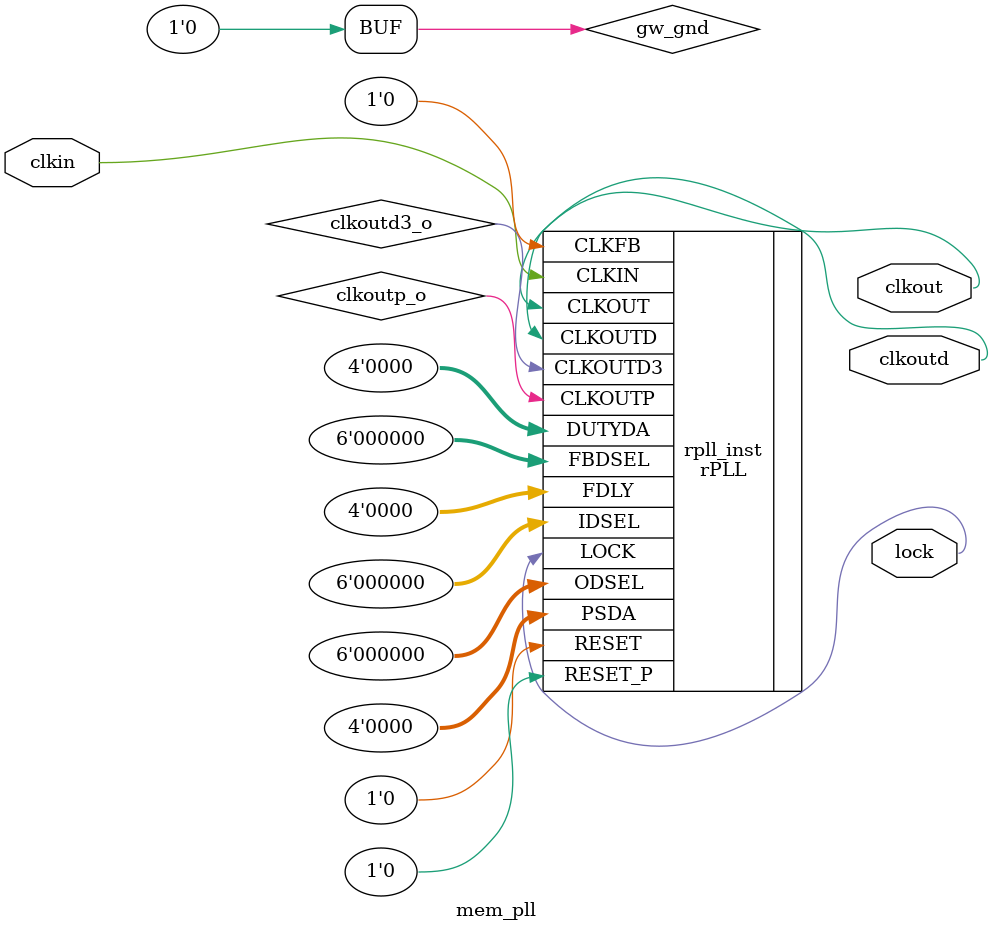
<source format=v>

module mem_pll (clkout, lock, clkoutd, clkin);

output clkout;
output lock;
output clkoutd;
input clkin;

wire clkoutp_o;
wire clkoutd3_o;
wire gw_gnd;

assign gw_gnd = 1'b0;

rPLL rpll_inst (
    .CLKOUT(clkout),
    .LOCK(lock),
    .CLKOUTP(clkoutp_o),
    .CLKOUTD(clkoutd),
    .CLKOUTD3(clkoutd3_o),
    .RESET(gw_gnd),
    .RESET_P(gw_gnd),
    .CLKIN(clkin),
    .CLKFB(gw_gnd),
    .FBDSEL({gw_gnd,gw_gnd,gw_gnd,gw_gnd,gw_gnd,gw_gnd}),
    .IDSEL({gw_gnd,gw_gnd,gw_gnd,gw_gnd,gw_gnd,gw_gnd}),
    .ODSEL({gw_gnd,gw_gnd,gw_gnd,gw_gnd,gw_gnd,gw_gnd}),
    .PSDA({gw_gnd,gw_gnd,gw_gnd,gw_gnd}),
    .DUTYDA({gw_gnd,gw_gnd,gw_gnd,gw_gnd}),
    .FDLY({gw_gnd,gw_gnd,gw_gnd,gw_gnd})
);

defparam rpll_inst.FCLKIN = "27";
defparam rpll_inst.DYN_IDIV_SEL = "false";
defparam rpll_inst.IDIV_SEL = 3;
defparam rpll_inst.DYN_FBDIV_SEL = "false";
defparam rpll_inst.FBDIV_SEL = 58;
defparam rpll_inst.DYN_ODIV_SEL = "false";
defparam rpll_inst.ODIV_SEL = 2;
defparam rpll_inst.PSDA_SEL = "0000";
defparam rpll_inst.DYN_DA_EN = "true";
defparam rpll_inst.DUTYDA_SEL = "1000";
defparam rpll_inst.CLKOUT_FT_DIR = 1'b1;
defparam rpll_inst.CLKOUTP_FT_DIR = 1'b1;
defparam rpll_inst.CLKOUT_DLY_STEP = 0;
defparam rpll_inst.CLKOUTP_DLY_STEP = 0;
defparam rpll_inst.CLKFB_SEL = "internal";
defparam rpll_inst.CLKOUT_BYPASS = "false";
defparam rpll_inst.CLKOUTP_BYPASS = "false";
defparam rpll_inst.CLKOUTD_BYPASS = "false";
defparam rpll_inst.DYN_SDIV_SEL = 2;
defparam rpll_inst.CLKOUTD_SRC = "CLKOUT";
defparam rpll_inst.CLKOUTD3_SRC = "CLKOUT";
defparam rpll_inst.DEVICE = "GW2A-18C";

endmodule //mem_pll

</source>
